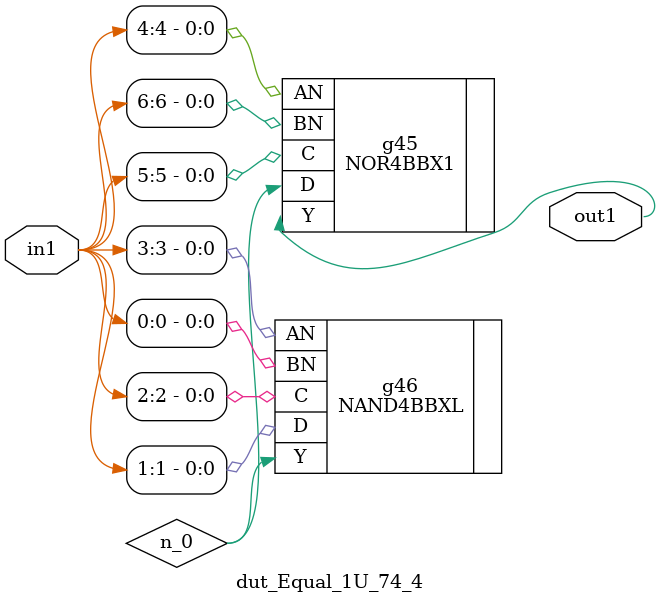
<source format=v>
`timescale 1ps / 1ps


module dut_Equal_1U_74_4(in1, out1);
  input [6:0] in1;
  output out1;
  wire [6:0] in1;
  wire out1;
  wire n_0;
  NOR4BBX1 g45(.AN (in1[4]), .BN (in1[6]), .C (in1[5]), .D (n_0), .Y
       (out1));
  NAND4BBXL g46(.AN (in1[3]), .BN (in1[0]), .C (in1[2]), .D (in1[1]),
       .Y (n_0));
endmodule



</source>
